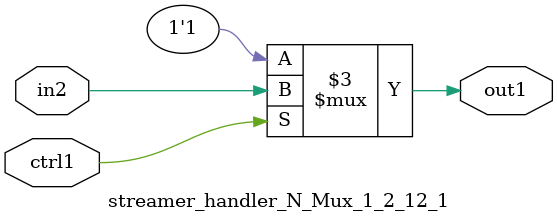
<source format=v>

`timescale 1ps / 1ps


module streamer_handler_N_Mux_1_2_12_1( in2, ctrl1, out1 );

    input in2;
    input ctrl1;
    output out1;
    reg out1;

    
    // rtl_process:streamer_handler_N_Mux_1_2_12_1/streamer_handler_N_Mux_1_2_12_1_thread_1
    always @*
      begin : streamer_handler_N_Mux_1_2_12_1_thread_1
        case (ctrl1) 
          1'b1: 
            begin
              out1 = in2;
            end
          default: 
            begin
              out1 = 1'b1;
            end
        endcase
      end

endmodule



</source>
